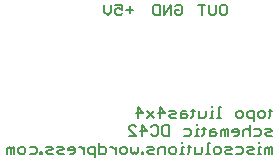
<source format=gbo>
G75*
%MOIN*%
%OFA0B0*%
%FSLAX25Y25*%
%IPPOS*%
%LPD*%
%AMOC8*
5,1,8,0,0,1.08239X$1,22.5*
%
%ADD10C,0.00500*%
D10*
X0045143Y0030582D02*
X0045143Y0034085D01*
X0043391Y0034085D01*
X0042807Y0033501D01*
X0042807Y0032334D01*
X0043391Y0031750D01*
X0045143Y0031750D01*
X0046491Y0031750D02*
X0048242Y0031750D01*
X0048826Y0032334D01*
X0048826Y0033501D01*
X0048242Y0034085D01*
X0046491Y0034085D01*
X0046491Y0035253D02*
X0046491Y0031750D01*
X0050144Y0034085D02*
X0050727Y0034085D01*
X0051895Y0032918D01*
X0051895Y0034085D02*
X0051895Y0031750D01*
X0053243Y0032334D02*
X0053243Y0033501D01*
X0053827Y0034085D01*
X0054994Y0034085D01*
X0055578Y0033501D01*
X0055578Y0032334D01*
X0054994Y0031750D01*
X0053827Y0031750D01*
X0053243Y0032334D01*
X0056926Y0032334D02*
X0057510Y0031750D01*
X0058094Y0032334D01*
X0058678Y0031750D01*
X0059261Y0032334D01*
X0059261Y0034085D01*
X0060519Y0032334D02*
X0060519Y0031750D01*
X0061103Y0031750D01*
X0061103Y0032334D01*
X0060519Y0032334D01*
X0062451Y0032334D02*
X0063035Y0032918D01*
X0064202Y0032918D01*
X0064786Y0033501D01*
X0064202Y0034085D01*
X0062451Y0034085D01*
X0062451Y0032334D02*
X0063035Y0031750D01*
X0064786Y0031750D01*
X0066134Y0031750D02*
X0066134Y0033501D01*
X0066718Y0034085D01*
X0068469Y0034085D01*
X0068469Y0031750D01*
X0069817Y0032334D02*
X0069817Y0033501D01*
X0070401Y0034085D01*
X0071569Y0034085D01*
X0072152Y0033501D01*
X0072152Y0032334D01*
X0071569Y0031750D01*
X0070401Y0031750D01*
X0069817Y0032334D01*
X0073440Y0031750D02*
X0074608Y0031750D01*
X0074024Y0031750D02*
X0074024Y0034085D01*
X0074608Y0034085D01*
X0075896Y0034085D02*
X0077063Y0034085D01*
X0076479Y0034669D02*
X0076479Y0032334D01*
X0075896Y0031750D01*
X0078411Y0031750D02*
X0078411Y0034085D01*
X0080746Y0034085D02*
X0080746Y0032334D01*
X0080163Y0031750D01*
X0078411Y0031750D01*
X0082034Y0031750D02*
X0083202Y0031750D01*
X0082618Y0031750D02*
X0082618Y0035253D01*
X0083202Y0035253D01*
X0084550Y0033501D02*
X0085133Y0034085D01*
X0086301Y0034085D01*
X0086885Y0033501D01*
X0086885Y0032334D01*
X0086301Y0031750D01*
X0085133Y0031750D01*
X0084550Y0032334D01*
X0084550Y0033501D01*
X0088233Y0034085D02*
X0089984Y0034085D01*
X0090568Y0033501D01*
X0089984Y0032918D01*
X0088817Y0032918D01*
X0088233Y0032334D01*
X0088817Y0031750D01*
X0090568Y0031750D01*
X0091916Y0031750D02*
X0093667Y0031750D01*
X0094251Y0032334D01*
X0094251Y0033501D01*
X0093667Y0034085D01*
X0091916Y0034085D01*
X0095599Y0034085D02*
X0097351Y0034085D01*
X0097934Y0033501D01*
X0097351Y0032918D01*
X0096183Y0032918D01*
X0095599Y0032334D01*
X0096183Y0031750D01*
X0097934Y0031750D01*
X0099222Y0031750D02*
X0100390Y0031750D01*
X0099806Y0031750D02*
X0099806Y0034085D01*
X0100390Y0034085D01*
X0099806Y0035253D02*
X0099806Y0035837D01*
X0099806Y0037750D02*
X0098055Y0037750D01*
X0096707Y0037750D02*
X0096707Y0041253D01*
X0096123Y0040085D02*
X0094955Y0040085D01*
X0094371Y0039501D01*
X0094371Y0037750D01*
X0093024Y0038334D02*
X0093024Y0039501D01*
X0092440Y0040085D01*
X0091272Y0040085D01*
X0090688Y0039501D01*
X0090688Y0038918D01*
X0093024Y0038918D01*
X0093024Y0038334D02*
X0092440Y0037750D01*
X0091272Y0037750D01*
X0089340Y0037750D02*
X0089340Y0040085D01*
X0088757Y0040085D01*
X0088173Y0039501D01*
X0087589Y0040085D01*
X0087005Y0039501D01*
X0087005Y0037750D01*
X0088173Y0037750D02*
X0088173Y0039501D01*
X0085657Y0038334D02*
X0085073Y0038918D01*
X0083322Y0038918D01*
X0083322Y0039501D02*
X0083322Y0037750D01*
X0085073Y0037750D01*
X0085657Y0038334D01*
X0085073Y0040085D02*
X0083906Y0040085D01*
X0083322Y0039501D01*
X0081974Y0040085D02*
X0080806Y0040085D01*
X0081390Y0040669D02*
X0081390Y0038334D01*
X0080806Y0037750D01*
X0079519Y0037750D02*
X0078351Y0037750D01*
X0078935Y0037750D02*
X0078935Y0040085D01*
X0079519Y0040085D01*
X0078935Y0041253D02*
X0078935Y0041837D01*
X0079639Y0043750D02*
X0079639Y0046085D01*
X0078291Y0046085D02*
X0077123Y0046085D01*
X0077707Y0046669D02*
X0077707Y0044334D01*
X0077123Y0043750D01*
X0075836Y0044334D02*
X0075252Y0044918D01*
X0073500Y0044918D01*
X0073500Y0045501D02*
X0073500Y0043750D01*
X0075252Y0043750D01*
X0075836Y0044334D01*
X0075252Y0046085D02*
X0074084Y0046085D01*
X0073500Y0045501D01*
X0072152Y0045501D02*
X0071569Y0046085D01*
X0069817Y0046085D01*
X0070401Y0044918D02*
X0071569Y0044918D01*
X0072152Y0045501D01*
X0070401Y0044918D02*
X0069817Y0044334D01*
X0070401Y0043750D01*
X0072152Y0043750D01*
X0069697Y0041253D02*
X0067945Y0041253D01*
X0067362Y0040669D01*
X0067362Y0038334D01*
X0067945Y0037750D01*
X0069697Y0037750D01*
X0069697Y0041253D01*
X0066014Y0040669D02*
X0066014Y0038334D01*
X0065430Y0037750D01*
X0064262Y0037750D01*
X0063678Y0038334D01*
X0062331Y0039501D02*
X0059995Y0039501D01*
X0058648Y0040669D02*
X0058064Y0041253D01*
X0056896Y0041253D01*
X0056312Y0040669D01*
X0056312Y0040085D01*
X0058648Y0037750D01*
X0056312Y0037750D01*
X0056926Y0034085D02*
X0056926Y0032334D01*
X0060579Y0037750D02*
X0060579Y0041253D01*
X0062331Y0039501D01*
X0063678Y0040669D02*
X0064262Y0041253D01*
X0065430Y0041253D01*
X0066014Y0040669D01*
X0066718Y0043750D02*
X0066718Y0047253D01*
X0068469Y0045501D01*
X0066134Y0045501D01*
X0064786Y0046085D02*
X0062451Y0043750D01*
X0061103Y0045501D02*
X0058768Y0045501D01*
X0059351Y0043750D02*
X0059351Y0047253D01*
X0061103Y0045501D01*
X0062451Y0046085D02*
X0064786Y0043750D01*
X0074728Y0040085D02*
X0076479Y0040085D01*
X0077063Y0039501D01*
X0077063Y0038334D01*
X0076479Y0037750D01*
X0074728Y0037750D01*
X0074024Y0035837D02*
X0074024Y0035253D01*
X0079639Y0043750D02*
X0081390Y0043750D01*
X0081974Y0044334D01*
X0081974Y0046085D01*
X0083846Y0046085D02*
X0083846Y0043750D01*
X0084430Y0043750D02*
X0083262Y0043750D01*
X0085717Y0043750D02*
X0086885Y0043750D01*
X0086301Y0043750D02*
X0086301Y0047253D01*
X0086885Y0047253D01*
X0084430Y0046085D02*
X0083846Y0046085D01*
X0083846Y0047253D02*
X0083846Y0047837D01*
X0091916Y0045501D02*
X0091916Y0044334D01*
X0092500Y0043750D01*
X0093667Y0043750D01*
X0094251Y0044334D01*
X0094251Y0045501D01*
X0093667Y0046085D01*
X0092500Y0046085D01*
X0091916Y0045501D01*
X0095599Y0045501D02*
X0095599Y0044334D01*
X0096183Y0043750D01*
X0097934Y0043750D01*
X0097934Y0042582D02*
X0097934Y0046085D01*
X0096183Y0046085D01*
X0095599Y0045501D01*
X0099282Y0045501D02*
X0099282Y0044334D01*
X0099866Y0043750D01*
X0101034Y0043750D01*
X0101618Y0044334D01*
X0101618Y0045501D01*
X0101034Y0046085D01*
X0099866Y0046085D01*
X0099282Y0045501D01*
X0102905Y0046085D02*
X0104073Y0046085D01*
X0103489Y0046669D02*
X0103489Y0044334D01*
X0102905Y0043750D01*
X0103489Y0040085D02*
X0101738Y0040085D01*
X0102321Y0038918D02*
X0103489Y0038918D01*
X0104073Y0039501D01*
X0103489Y0040085D01*
X0102321Y0038918D02*
X0101738Y0038334D01*
X0102321Y0037750D01*
X0104073Y0037750D01*
X0100390Y0038334D02*
X0099806Y0037750D01*
X0100390Y0038334D02*
X0100390Y0039501D01*
X0099806Y0040085D01*
X0098055Y0040085D01*
X0096707Y0039501D02*
X0096123Y0040085D01*
X0102321Y0034085D02*
X0101738Y0033501D01*
X0101738Y0031750D01*
X0102905Y0031750D02*
X0102905Y0033501D01*
X0102321Y0034085D01*
X0102905Y0033501D02*
X0103489Y0034085D01*
X0104073Y0034085D01*
X0104073Y0031750D01*
X0041460Y0031750D02*
X0041460Y0034085D01*
X0041460Y0032918D02*
X0040292Y0034085D01*
X0039708Y0034085D01*
X0038390Y0033501D02*
X0037806Y0034085D01*
X0036639Y0034085D01*
X0036055Y0033501D01*
X0036055Y0032918D01*
X0038390Y0032918D01*
X0038390Y0033501D02*
X0038390Y0032334D01*
X0037806Y0031750D01*
X0036639Y0031750D01*
X0034707Y0031750D02*
X0032956Y0031750D01*
X0032372Y0032334D01*
X0032956Y0032918D01*
X0034123Y0032918D01*
X0034707Y0033501D01*
X0034123Y0034085D01*
X0032372Y0034085D01*
X0031024Y0033501D02*
X0030440Y0034085D01*
X0028689Y0034085D01*
X0029272Y0032918D02*
X0030440Y0032918D01*
X0031024Y0033501D01*
X0029272Y0032918D02*
X0028689Y0032334D01*
X0029272Y0031750D01*
X0031024Y0031750D01*
X0027341Y0031750D02*
X0026757Y0031750D01*
X0026757Y0032334D01*
X0027341Y0032334D01*
X0027341Y0031750D01*
X0025499Y0032334D02*
X0024915Y0031750D01*
X0023164Y0031750D01*
X0021816Y0032334D02*
X0021232Y0031750D01*
X0020065Y0031750D01*
X0019481Y0032334D01*
X0019481Y0033501D01*
X0020065Y0034085D01*
X0021232Y0034085D01*
X0021816Y0033501D01*
X0021816Y0032334D01*
X0023164Y0034085D02*
X0024915Y0034085D01*
X0025499Y0033501D01*
X0025499Y0032334D01*
X0018133Y0031750D02*
X0018133Y0034085D01*
X0017549Y0034085D01*
X0016965Y0033501D01*
X0016381Y0034085D01*
X0015798Y0033501D01*
X0015798Y0031750D01*
X0016965Y0031750D02*
X0016965Y0033501D01*
X0049289Y0078000D02*
X0048121Y0079168D01*
X0048121Y0081503D01*
X0050457Y0081503D02*
X0050457Y0079168D01*
X0049289Y0078000D01*
X0051805Y0078584D02*
X0051805Y0079751D01*
X0052388Y0080335D01*
X0052972Y0080335D01*
X0054140Y0079751D01*
X0054140Y0081503D01*
X0051805Y0081503D01*
X0055488Y0079751D02*
X0057823Y0079751D01*
X0056655Y0080919D02*
X0056655Y0078584D01*
X0054140Y0078584D02*
X0053556Y0078000D01*
X0052388Y0078000D01*
X0051805Y0078584D01*
X0064371Y0078584D02*
X0064371Y0080919D01*
X0064955Y0081503D01*
X0066707Y0081503D01*
X0066707Y0078000D01*
X0064955Y0078000D01*
X0064371Y0078584D01*
X0068055Y0078000D02*
X0068055Y0081503D01*
X0070390Y0081503D02*
X0068055Y0078000D01*
X0070390Y0078000D02*
X0070390Y0081503D01*
X0071738Y0080919D02*
X0072321Y0081503D01*
X0073489Y0081503D01*
X0074073Y0080919D01*
X0074073Y0078584D01*
X0073489Y0078000D01*
X0072321Y0078000D01*
X0071738Y0078584D01*
X0071738Y0079751D01*
X0072905Y0079751D01*
X0079371Y0081503D02*
X0081707Y0081503D01*
X0080539Y0081503D02*
X0080539Y0078000D01*
X0083055Y0078584D02*
X0083055Y0081503D01*
X0085390Y0081503D02*
X0085390Y0078584D01*
X0084806Y0078000D01*
X0083638Y0078000D01*
X0083055Y0078584D01*
X0086738Y0078584D02*
X0086738Y0080919D01*
X0087321Y0081503D01*
X0088489Y0081503D01*
X0089073Y0080919D01*
X0089073Y0078584D01*
X0088489Y0078000D01*
X0087321Y0078000D01*
X0086738Y0078584D01*
M02*

</source>
